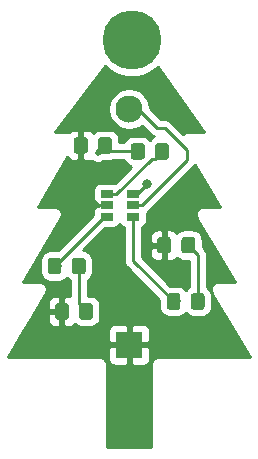
<source format=gbr>
G04 #@! TF.GenerationSoftware,KiCad,Pcbnew,(5.1.4)-1*
G04 #@! TF.CreationDate,2020-12-20T16:29:44-05:00*
G04 #@! TF.ProjectId,circuit,63697263-7569-4742-9e6b-696361645f70,1*
G04 #@! TF.SameCoordinates,Original*
G04 #@! TF.FileFunction,Copper,L1,Top*
G04 #@! TF.FilePolarity,Positive*
%FSLAX46Y46*%
G04 Gerber Fmt 4.6, Leading zero omitted, Abs format (unit mm)*
G04 Created by KiCad (PCBNEW (5.1.4)-1) date 2020-12-20 16:29:44*
%MOMM*%
%LPD*%
G04 APERTURE LIST*
%ADD10R,2.300000X2.300000*%
%ADD11C,2.300000*%
%ADD12C,0.800000*%
%ADD13C,5.000000*%
%ADD14C,0.100000*%
%ADD15C,1.150000*%
%ADD16R,1.060000X0.650000*%
%ADD17C,0.250000*%
%ADD18C,0.508000*%
%ADD19C,0.254000*%
G04 APERTURE END LIST*
D10*
X100301900Y-158072300D03*
D11*
X100291900Y-138102300D03*
D12*
X101851405Y-130964995D03*
X100525580Y-130415820D03*
X99199755Y-130964995D03*
X98650580Y-132290820D03*
X99199755Y-133616645D03*
X100525580Y-134165820D03*
X101851405Y-133616645D03*
X102400580Y-132290820D03*
D13*
X100525580Y-132290820D03*
D14*
G36*
X96548085Y-140482024D02*
G01*
X96572353Y-140485624D01*
X96596152Y-140491585D01*
X96619251Y-140499850D01*
X96641430Y-140510340D01*
X96662473Y-140522952D01*
X96682179Y-140537567D01*
X96700357Y-140554043D01*
X96716833Y-140572221D01*
X96731448Y-140591927D01*
X96744060Y-140612970D01*
X96754550Y-140635149D01*
X96762815Y-140658248D01*
X96768776Y-140682047D01*
X96772376Y-140706315D01*
X96773580Y-140730819D01*
X96773580Y-141630821D01*
X96772376Y-141655325D01*
X96768776Y-141679593D01*
X96762815Y-141703392D01*
X96754550Y-141726491D01*
X96744060Y-141748670D01*
X96731448Y-141769713D01*
X96716833Y-141789419D01*
X96700357Y-141807597D01*
X96682179Y-141824073D01*
X96662473Y-141838688D01*
X96641430Y-141851300D01*
X96619251Y-141861790D01*
X96596152Y-141870055D01*
X96572353Y-141876016D01*
X96548085Y-141879616D01*
X96523581Y-141880820D01*
X95873579Y-141880820D01*
X95849075Y-141879616D01*
X95824807Y-141876016D01*
X95801008Y-141870055D01*
X95777909Y-141861790D01*
X95755730Y-141851300D01*
X95734687Y-141838688D01*
X95714981Y-141824073D01*
X95696803Y-141807597D01*
X95680327Y-141789419D01*
X95665712Y-141769713D01*
X95653100Y-141748670D01*
X95642610Y-141726491D01*
X95634345Y-141703392D01*
X95628384Y-141679593D01*
X95624784Y-141655325D01*
X95623580Y-141630821D01*
X95623580Y-140730819D01*
X95624784Y-140706315D01*
X95628384Y-140682047D01*
X95634345Y-140658248D01*
X95642610Y-140635149D01*
X95653100Y-140612970D01*
X95665712Y-140591927D01*
X95680327Y-140572221D01*
X95696803Y-140554043D01*
X95714981Y-140537567D01*
X95734687Y-140522952D01*
X95755730Y-140510340D01*
X95777909Y-140499850D01*
X95801008Y-140491585D01*
X95824807Y-140485624D01*
X95849075Y-140482024D01*
X95873579Y-140480820D01*
X96523581Y-140480820D01*
X96548085Y-140482024D01*
X96548085Y-140482024D01*
G37*
D15*
X96198580Y-141180820D03*
D14*
G36*
X98598085Y-140482024D02*
G01*
X98622353Y-140485624D01*
X98646152Y-140491585D01*
X98669251Y-140499850D01*
X98691430Y-140510340D01*
X98712473Y-140522952D01*
X98732179Y-140537567D01*
X98750357Y-140554043D01*
X98766833Y-140572221D01*
X98781448Y-140591927D01*
X98794060Y-140612970D01*
X98804550Y-140635149D01*
X98812815Y-140658248D01*
X98818776Y-140682047D01*
X98822376Y-140706315D01*
X98823580Y-140730819D01*
X98823580Y-141630821D01*
X98822376Y-141655325D01*
X98818776Y-141679593D01*
X98812815Y-141703392D01*
X98804550Y-141726491D01*
X98794060Y-141748670D01*
X98781448Y-141769713D01*
X98766833Y-141789419D01*
X98750357Y-141807597D01*
X98732179Y-141824073D01*
X98712473Y-141838688D01*
X98691430Y-141851300D01*
X98669251Y-141861790D01*
X98646152Y-141870055D01*
X98622353Y-141876016D01*
X98598085Y-141879616D01*
X98573581Y-141880820D01*
X97923579Y-141880820D01*
X97899075Y-141879616D01*
X97874807Y-141876016D01*
X97851008Y-141870055D01*
X97827909Y-141861790D01*
X97805730Y-141851300D01*
X97784687Y-141838688D01*
X97764981Y-141824073D01*
X97746803Y-141807597D01*
X97730327Y-141789419D01*
X97715712Y-141769713D01*
X97703100Y-141748670D01*
X97692610Y-141726491D01*
X97684345Y-141703392D01*
X97678384Y-141679593D01*
X97674784Y-141655325D01*
X97673580Y-141630821D01*
X97673580Y-140730819D01*
X97674784Y-140706315D01*
X97678384Y-140682047D01*
X97684345Y-140658248D01*
X97692610Y-140635149D01*
X97703100Y-140612970D01*
X97715712Y-140591927D01*
X97730327Y-140572221D01*
X97746803Y-140554043D01*
X97764981Y-140537567D01*
X97784687Y-140522952D01*
X97805730Y-140510340D01*
X97827909Y-140499850D01*
X97851008Y-140491585D01*
X97874807Y-140485624D01*
X97899075Y-140482024D01*
X97923579Y-140480820D01*
X98573581Y-140480820D01*
X98598085Y-140482024D01*
X98598085Y-140482024D01*
G37*
D15*
X98248580Y-141180820D03*
D14*
G36*
X97001585Y-154540924D02*
G01*
X97025853Y-154544524D01*
X97049652Y-154550485D01*
X97072751Y-154558750D01*
X97094930Y-154569240D01*
X97115973Y-154581852D01*
X97135679Y-154596467D01*
X97153857Y-154612943D01*
X97170333Y-154631121D01*
X97184948Y-154650827D01*
X97197560Y-154671870D01*
X97208050Y-154694049D01*
X97216315Y-154717148D01*
X97222276Y-154740947D01*
X97225876Y-154765215D01*
X97227080Y-154789719D01*
X97227080Y-155689721D01*
X97225876Y-155714225D01*
X97222276Y-155738493D01*
X97216315Y-155762292D01*
X97208050Y-155785391D01*
X97197560Y-155807570D01*
X97184948Y-155828613D01*
X97170333Y-155848319D01*
X97153857Y-155866497D01*
X97135679Y-155882973D01*
X97115973Y-155897588D01*
X97094930Y-155910200D01*
X97072751Y-155920690D01*
X97049652Y-155928955D01*
X97025853Y-155934916D01*
X97001585Y-155938516D01*
X96977081Y-155939720D01*
X96327079Y-155939720D01*
X96302575Y-155938516D01*
X96278307Y-155934916D01*
X96254508Y-155928955D01*
X96231409Y-155920690D01*
X96209230Y-155910200D01*
X96188187Y-155897588D01*
X96168481Y-155882973D01*
X96150303Y-155866497D01*
X96133827Y-155848319D01*
X96119212Y-155828613D01*
X96106600Y-155807570D01*
X96096110Y-155785391D01*
X96087845Y-155762292D01*
X96081884Y-155738493D01*
X96078284Y-155714225D01*
X96077080Y-155689721D01*
X96077080Y-154789719D01*
X96078284Y-154765215D01*
X96081884Y-154740947D01*
X96087845Y-154717148D01*
X96096110Y-154694049D01*
X96106600Y-154671870D01*
X96119212Y-154650827D01*
X96133827Y-154631121D01*
X96150303Y-154612943D01*
X96168481Y-154596467D01*
X96188187Y-154581852D01*
X96209230Y-154569240D01*
X96231409Y-154558750D01*
X96254508Y-154550485D01*
X96278307Y-154544524D01*
X96302575Y-154540924D01*
X96327079Y-154539720D01*
X96977081Y-154539720D01*
X97001585Y-154540924D01*
X97001585Y-154540924D01*
G37*
D15*
X96652080Y-155239720D03*
D14*
G36*
X94951585Y-154540924D02*
G01*
X94975853Y-154544524D01*
X94999652Y-154550485D01*
X95022751Y-154558750D01*
X95044930Y-154569240D01*
X95065973Y-154581852D01*
X95085679Y-154596467D01*
X95103857Y-154612943D01*
X95120333Y-154631121D01*
X95134948Y-154650827D01*
X95147560Y-154671870D01*
X95158050Y-154694049D01*
X95166315Y-154717148D01*
X95172276Y-154740947D01*
X95175876Y-154765215D01*
X95177080Y-154789719D01*
X95177080Y-155689721D01*
X95175876Y-155714225D01*
X95172276Y-155738493D01*
X95166315Y-155762292D01*
X95158050Y-155785391D01*
X95147560Y-155807570D01*
X95134948Y-155828613D01*
X95120333Y-155848319D01*
X95103857Y-155866497D01*
X95085679Y-155882973D01*
X95065973Y-155897588D01*
X95044930Y-155910200D01*
X95022751Y-155920690D01*
X94999652Y-155928955D01*
X94975853Y-155934916D01*
X94951585Y-155938516D01*
X94927081Y-155939720D01*
X94277079Y-155939720D01*
X94252575Y-155938516D01*
X94228307Y-155934916D01*
X94204508Y-155928955D01*
X94181409Y-155920690D01*
X94159230Y-155910200D01*
X94138187Y-155897588D01*
X94118481Y-155882973D01*
X94100303Y-155866497D01*
X94083827Y-155848319D01*
X94069212Y-155828613D01*
X94056600Y-155807570D01*
X94046110Y-155785391D01*
X94037845Y-155762292D01*
X94031884Y-155738493D01*
X94028284Y-155714225D01*
X94027080Y-155689721D01*
X94027080Y-154789719D01*
X94028284Y-154765215D01*
X94031884Y-154740947D01*
X94037845Y-154717148D01*
X94046110Y-154694049D01*
X94056600Y-154671870D01*
X94069212Y-154650827D01*
X94083827Y-154631121D01*
X94100303Y-154612943D01*
X94118481Y-154596467D01*
X94138187Y-154581852D01*
X94159230Y-154569240D01*
X94181409Y-154558750D01*
X94204508Y-154550485D01*
X94228307Y-154544524D01*
X94252575Y-154540924D01*
X94277079Y-154539720D01*
X94927081Y-154539720D01*
X94951585Y-154540924D01*
X94951585Y-154540924D01*
G37*
D15*
X94602080Y-155239720D03*
D14*
G36*
X103597745Y-148937684D02*
G01*
X103622013Y-148941284D01*
X103645812Y-148947245D01*
X103668911Y-148955510D01*
X103691090Y-148966000D01*
X103712133Y-148978612D01*
X103731839Y-148993227D01*
X103750017Y-149009703D01*
X103766493Y-149027881D01*
X103781108Y-149047587D01*
X103793720Y-149068630D01*
X103804210Y-149090809D01*
X103812475Y-149113908D01*
X103818436Y-149137707D01*
X103822036Y-149161975D01*
X103823240Y-149186479D01*
X103823240Y-150086481D01*
X103822036Y-150110985D01*
X103818436Y-150135253D01*
X103812475Y-150159052D01*
X103804210Y-150182151D01*
X103793720Y-150204330D01*
X103781108Y-150225373D01*
X103766493Y-150245079D01*
X103750017Y-150263257D01*
X103731839Y-150279733D01*
X103712133Y-150294348D01*
X103691090Y-150306960D01*
X103668911Y-150317450D01*
X103645812Y-150325715D01*
X103622013Y-150331676D01*
X103597745Y-150335276D01*
X103573241Y-150336480D01*
X102923239Y-150336480D01*
X102898735Y-150335276D01*
X102874467Y-150331676D01*
X102850668Y-150325715D01*
X102827569Y-150317450D01*
X102805390Y-150306960D01*
X102784347Y-150294348D01*
X102764641Y-150279733D01*
X102746463Y-150263257D01*
X102729987Y-150245079D01*
X102715372Y-150225373D01*
X102702760Y-150204330D01*
X102692270Y-150182151D01*
X102684005Y-150159052D01*
X102678044Y-150135253D01*
X102674444Y-150110985D01*
X102673240Y-150086481D01*
X102673240Y-149186479D01*
X102674444Y-149161975D01*
X102678044Y-149137707D01*
X102684005Y-149113908D01*
X102692270Y-149090809D01*
X102702760Y-149068630D01*
X102715372Y-149047587D01*
X102729987Y-149027881D01*
X102746463Y-149009703D01*
X102764641Y-148993227D01*
X102784347Y-148978612D01*
X102805390Y-148966000D01*
X102827569Y-148955510D01*
X102850668Y-148947245D01*
X102874467Y-148941284D01*
X102898735Y-148937684D01*
X102923239Y-148936480D01*
X103573241Y-148936480D01*
X103597745Y-148937684D01*
X103597745Y-148937684D01*
G37*
D15*
X103248240Y-149636480D03*
D14*
G36*
X105647745Y-148937684D02*
G01*
X105672013Y-148941284D01*
X105695812Y-148947245D01*
X105718911Y-148955510D01*
X105741090Y-148966000D01*
X105762133Y-148978612D01*
X105781839Y-148993227D01*
X105800017Y-149009703D01*
X105816493Y-149027881D01*
X105831108Y-149047587D01*
X105843720Y-149068630D01*
X105854210Y-149090809D01*
X105862475Y-149113908D01*
X105868436Y-149137707D01*
X105872036Y-149161975D01*
X105873240Y-149186479D01*
X105873240Y-150086481D01*
X105872036Y-150110985D01*
X105868436Y-150135253D01*
X105862475Y-150159052D01*
X105854210Y-150182151D01*
X105843720Y-150204330D01*
X105831108Y-150225373D01*
X105816493Y-150245079D01*
X105800017Y-150263257D01*
X105781839Y-150279733D01*
X105762133Y-150294348D01*
X105741090Y-150306960D01*
X105718911Y-150317450D01*
X105695812Y-150325715D01*
X105672013Y-150331676D01*
X105647745Y-150335276D01*
X105623241Y-150336480D01*
X104973239Y-150336480D01*
X104948735Y-150335276D01*
X104924467Y-150331676D01*
X104900668Y-150325715D01*
X104877569Y-150317450D01*
X104855390Y-150306960D01*
X104834347Y-150294348D01*
X104814641Y-150279733D01*
X104796463Y-150263257D01*
X104779987Y-150245079D01*
X104765372Y-150225373D01*
X104752760Y-150204330D01*
X104742270Y-150182151D01*
X104734005Y-150159052D01*
X104728044Y-150135253D01*
X104724444Y-150110985D01*
X104723240Y-150086481D01*
X104723240Y-149186479D01*
X104724444Y-149161975D01*
X104728044Y-149137707D01*
X104734005Y-149113908D01*
X104742270Y-149090809D01*
X104752760Y-149068630D01*
X104765372Y-149047587D01*
X104779987Y-149027881D01*
X104796463Y-149009703D01*
X104814641Y-148993227D01*
X104834347Y-148978612D01*
X104855390Y-148966000D01*
X104877569Y-148955510D01*
X104900668Y-148947245D01*
X104924467Y-148941284D01*
X104948735Y-148937684D01*
X104973239Y-148936480D01*
X105623241Y-148936480D01*
X105647745Y-148937684D01*
X105647745Y-148937684D01*
G37*
D15*
X105298240Y-149636480D03*
D14*
G36*
X103424085Y-140990024D02*
G01*
X103448353Y-140993624D01*
X103472152Y-140999585D01*
X103495251Y-141007850D01*
X103517430Y-141018340D01*
X103538473Y-141030952D01*
X103558179Y-141045567D01*
X103576357Y-141062043D01*
X103592833Y-141080221D01*
X103607448Y-141099927D01*
X103620060Y-141120970D01*
X103630550Y-141143149D01*
X103638815Y-141166248D01*
X103644776Y-141190047D01*
X103648376Y-141214315D01*
X103649580Y-141238819D01*
X103649580Y-142138821D01*
X103648376Y-142163325D01*
X103644776Y-142187593D01*
X103638815Y-142211392D01*
X103630550Y-142234491D01*
X103620060Y-142256670D01*
X103607448Y-142277713D01*
X103592833Y-142297419D01*
X103576357Y-142315597D01*
X103558179Y-142332073D01*
X103538473Y-142346688D01*
X103517430Y-142359300D01*
X103495251Y-142369790D01*
X103472152Y-142378055D01*
X103448353Y-142384016D01*
X103424085Y-142387616D01*
X103399581Y-142388820D01*
X102749579Y-142388820D01*
X102725075Y-142387616D01*
X102700807Y-142384016D01*
X102677008Y-142378055D01*
X102653909Y-142369790D01*
X102631730Y-142359300D01*
X102610687Y-142346688D01*
X102590981Y-142332073D01*
X102572803Y-142315597D01*
X102556327Y-142297419D01*
X102541712Y-142277713D01*
X102529100Y-142256670D01*
X102518610Y-142234491D01*
X102510345Y-142211392D01*
X102504384Y-142187593D01*
X102500784Y-142163325D01*
X102499580Y-142138821D01*
X102499580Y-141238819D01*
X102500784Y-141214315D01*
X102504384Y-141190047D01*
X102510345Y-141166248D01*
X102518610Y-141143149D01*
X102529100Y-141120970D01*
X102541712Y-141099927D01*
X102556327Y-141080221D01*
X102572803Y-141062043D01*
X102590981Y-141045567D01*
X102610687Y-141030952D01*
X102631730Y-141018340D01*
X102653909Y-141007850D01*
X102677008Y-140999585D01*
X102700807Y-140993624D01*
X102725075Y-140990024D01*
X102749579Y-140988820D01*
X103399581Y-140988820D01*
X103424085Y-140990024D01*
X103424085Y-140990024D01*
G37*
D15*
X103074580Y-141688820D03*
D14*
G36*
X101374085Y-140990024D02*
G01*
X101398353Y-140993624D01*
X101422152Y-140999585D01*
X101445251Y-141007850D01*
X101467430Y-141018340D01*
X101488473Y-141030952D01*
X101508179Y-141045567D01*
X101526357Y-141062043D01*
X101542833Y-141080221D01*
X101557448Y-141099927D01*
X101570060Y-141120970D01*
X101580550Y-141143149D01*
X101588815Y-141166248D01*
X101594776Y-141190047D01*
X101598376Y-141214315D01*
X101599580Y-141238819D01*
X101599580Y-142138821D01*
X101598376Y-142163325D01*
X101594776Y-142187593D01*
X101588815Y-142211392D01*
X101580550Y-142234491D01*
X101570060Y-142256670D01*
X101557448Y-142277713D01*
X101542833Y-142297419D01*
X101526357Y-142315597D01*
X101508179Y-142332073D01*
X101488473Y-142346688D01*
X101467430Y-142359300D01*
X101445251Y-142369790D01*
X101422152Y-142378055D01*
X101398353Y-142384016D01*
X101374085Y-142387616D01*
X101349581Y-142388820D01*
X100699579Y-142388820D01*
X100675075Y-142387616D01*
X100650807Y-142384016D01*
X100627008Y-142378055D01*
X100603909Y-142369790D01*
X100581730Y-142359300D01*
X100560687Y-142346688D01*
X100540981Y-142332073D01*
X100522803Y-142315597D01*
X100506327Y-142297419D01*
X100491712Y-142277713D01*
X100479100Y-142256670D01*
X100468610Y-142234491D01*
X100460345Y-142211392D01*
X100454384Y-142187593D01*
X100450784Y-142163325D01*
X100449580Y-142138821D01*
X100449580Y-141238819D01*
X100450784Y-141214315D01*
X100454384Y-141190047D01*
X100460345Y-141166248D01*
X100468610Y-141143149D01*
X100479100Y-141120970D01*
X100491712Y-141099927D01*
X100506327Y-141080221D01*
X100522803Y-141062043D01*
X100540981Y-141045567D01*
X100560687Y-141030952D01*
X100581730Y-141018340D01*
X100603909Y-141007850D01*
X100627008Y-140999585D01*
X100650807Y-140993624D01*
X100675075Y-140990024D01*
X100699579Y-140988820D01*
X101349581Y-140988820D01*
X101374085Y-140990024D01*
X101374085Y-140990024D01*
G37*
D15*
X101024580Y-141688820D03*
D14*
G36*
X96379285Y-150695364D02*
G01*
X96403553Y-150698964D01*
X96427352Y-150704925D01*
X96450451Y-150713190D01*
X96472630Y-150723680D01*
X96493673Y-150736292D01*
X96513379Y-150750907D01*
X96531557Y-150767383D01*
X96548033Y-150785561D01*
X96562648Y-150805267D01*
X96575260Y-150826310D01*
X96585750Y-150848489D01*
X96594015Y-150871588D01*
X96599976Y-150895387D01*
X96603576Y-150919655D01*
X96604780Y-150944159D01*
X96604780Y-151844161D01*
X96603576Y-151868665D01*
X96599976Y-151892933D01*
X96594015Y-151916732D01*
X96585750Y-151939831D01*
X96575260Y-151962010D01*
X96562648Y-151983053D01*
X96548033Y-152002759D01*
X96531557Y-152020937D01*
X96513379Y-152037413D01*
X96493673Y-152052028D01*
X96472630Y-152064640D01*
X96450451Y-152075130D01*
X96427352Y-152083395D01*
X96403553Y-152089356D01*
X96379285Y-152092956D01*
X96354781Y-152094160D01*
X95704779Y-152094160D01*
X95680275Y-152092956D01*
X95656007Y-152089356D01*
X95632208Y-152083395D01*
X95609109Y-152075130D01*
X95586930Y-152064640D01*
X95565887Y-152052028D01*
X95546181Y-152037413D01*
X95528003Y-152020937D01*
X95511527Y-152002759D01*
X95496912Y-151983053D01*
X95484300Y-151962010D01*
X95473810Y-151939831D01*
X95465545Y-151916732D01*
X95459584Y-151892933D01*
X95455984Y-151868665D01*
X95454780Y-151844161D01*
X95454780Y-150944159D01*
X95455984Y-150919655D01*
X95459584Y-150895387D01*
X95465545Y-150871588D01*
X95473810Y-150848489D01*
X95484300Y-150826310D01*
X95496912Y-150805267D01*
X95511527Y-150785561D01*
X95528003Y-150767383D01*
X95546181Y-150750907D01*
X95565887Y-150736292D01*
X95586930Y-150723680D01*
X95609109Y-150713190D01*
X95632208Y-150704925D01*
X95656007Y-150698964D01*
X95680275Y-150695364D01*
X95704779Y-150694160D01*
X96354781Y-150694160D01*
X96379285Y-150695364D01*
X96379285Y-150695364D01*
G37*
D15*
X96029780Y-151394160D03*
D14*
G36*
X94329285Y-150695364D02*
G01*
X94353553Y-150698964D01*
X94377352Y-150704925D01*
X94400451Y-150713190D01*
X94422630Y-150723680D01*
X94443673Y-150736292D01*
X94463379Y-150750907D01*
X94481557Y-150767383D01*
X94498033Y-150785561D01*
X94512648Y-150805267D01*
X94525260Y-150826310D01*
X94535750Y-150848489D01*
X94544015Y-150871588D01*
X94549976Y-150895387D01*
X94553576Y-150919655D01*
X94554780Y-150944159D01*
X94554780Y-151844161D01*
X94553576Y-151868665D01*
X94549976Y-151892933D01*
X94544015Y-151916732D01*
X94535750Y-151939831D01*
X94525260Y-151962010D01*
X94512648Y-151983053D01*
X94498033Y-152002759D01*
X94481557Y-152020937D01*
X94463379Y-152037413D01*
X94443673Y-152052028D01*
X94422630Y-152064640D01*
X94400451Y-152075130D01*
X94377352Y-152083395D01*
X94353553Y-152089356D01*
X94329285Y-152092956D01*
X94304781Y-152094160D01*
X93654779Y-152094160D01*
X93630275Y-152092956D01*
X93606007Y-152089356D01*
X93582208Y-152083395D01*
X93559109Y-152075130D01*
X93536930Y-152064640D01*
X93515887Y-152052028D01*
X93496181Y-152037413D01*
X93478003Y-152020937D01*
X93461527Y-152002759D01*
X93446912Y-151983053D01*
X93434300Y-151962010D01*
X93423810Y-151939831D01*
X93415545Y-151916732D01*
X93409584Y-151892933D01*
X93405984Y-151868665D01*
X93404780Y-151844161D01*
X93404780Y-150944159D01*
X93405984Y-150919655D01*
X93409584Y-150895387D01*
X93415545Y-150871588D01*
X93423810Y-150848489D01*
X93434300Y-150826310D01*
X93446912Y-150805267D01*
X93461527Y-150785561D01*
X93478003Y-150767383D01*
X93496181Y-150750907D01*
X93515887Y-150736292D01*
X93536930Y-150723680D01*
X93559109Y-150713190D01*
X93582208Y-150704925D01*
X93606007Y-150698964D01*
X93630275Y-150695364D01*
X93654779Y-150694160D01*
X94304781Y-150694160D01*
X94329285Y-150695364D01*
X94329285Y-150695364D01*
G37*
D15*
X93979780Y-151394160D03*
D14*
G36*
X104402925Y-153697644D02*
G01*
X104427193Y-153701244D01*
X104450992Y-153707205D01*
X104474091Y-153715470D01*
X104496270Y-153725960D01*
X104517313Y-153738572D01*
X104537019Y-153753187D01*
X104555197Y-153769663D01*
X104571673Y-153787841D01*
X104586288Y-153807547D01*
X104598900Y-153828590D01*
X104609390Y-153850769D01*
X104617655Y-153873868D01*
X104623616Y-153897667D01*
X104627216Y-153921935D01*
X104628420Y-153946439D01*
X104628420Y-154846441D01*
X104627216Y-154870945D01*
X104623616Y-154895213D01*
X104617655Y-154919012D01*
X104609390Y-154942111D01*
X104598900Y-154964290D01*
X104586288Y-154985333D01*
X104571673Y-155005039D01*
X104555197Y-155023217D01*
X104537019Y-155039693D01*
X104517313Y-155054308D01*
X104496270Y-155066920D01*
X104474091Y-155077410D01*
X104450992Y-155085675D01*
X104427193Y-155091636D01*
X104402925Y-155095236D01*
X104378421Y-155096440D01*
X103728419Y-155096440D01*
X103703915Y-155095236D01*
X103679647Y-155091636D01*
X103655848Y-155085675D01*
X103632749Y-155077410D01*
X103610570Y-155066920D01*
X103589527Y-155054308D01*
X103569821Y-155039693D01*
X103551643Y-155023217D01*
X103535167Y-155005039D01*
X103520552Y-154985333D01*
X103507940Y-154964290D01*
X103497450Y-154942111D01*
X103489185Y-154919012D01*
X103483224Y-154895213D01*
X103479624Y-154870945D01*
X103478420Y-154846441D01*
X103478420Y-153946439D01*
X103479624Y-153921935D01*
X103483224Y-153897667D01*
X103489185Y-153873868D01*
X103497450Y-153850769D01*
X103507940Y-153828590D01*
X103520552Y-153807547D01*
X103535167Y-153787841D01*
X103551643Y-153769663D01*
X103569821Y-153753187D01*
X103589527Y-153738572D01*
X103610570Y-153725960D01*
X103632749Y-153715470D01*
X103655848Y-153707205D01*
X103679647Y-153701244D01*
X103703915Y-153697644D01*
X103728419Y-153696440D01*
X104378421Y-153696440D01*
X104402925Y-153697644D01*
X104402925Y-153697644D01*
G37*
D15*
X104053420Y-154396440D03*
D14*
G36*
X106452925Y-153697644D02*
G01*
X106477193Y-153701244D01*
X106500992Y-153707205D01*
X106524091Y-153715470D01*
X106546270Y-153725960D01*
X106567313Y-153738572D01*
X106587019Y-153753187D01*
X106605197Y-153769663D01*
X106621673Y-153787841D01*
X106636288Y-153807547D01*
X106648900Y-153828590D01*
X106659390Y-153850769D01*
X106667655Y-153873868D01*
X106673616Y-153897667D01*
X106677216Y-153921935D01*
X106678420Y-153946439D01*
X106678420Y-154846441D01*
X106677216Y-154870945D01*
X106673616Y-154895213D01*
X106667655Y-154919012D01*
X106659390Y-154942111D01*
X106648900Y-154964290D01*
X106636288Y-154985333D01*
X106621673Y-155005039D01*
X106605197Y-155023217D01*
X106587019Y-155039693D01*
X106567313Y-155054308D01*
X106546270Y-155066920D01*
X106524091Y-155077410D01*
X106500992Y-155085675D01*
X106477193Y-155091636D01*
X106452925Y-155095236D01*
X106428421Y-155096440D01*
X105778419Y-155096440D01*
X105753915Y-155095236D01*
X105729647Y-155091636D01*
X105705848Y-155085675D01*
X105682749Y-155077410D01*
X105660570Y-155066920D01*
X105639527Y-155054308D01*
X105619821Y-155039693D01*
X105601643Y-155023217D01*
X105585167Y-155005039D01*
X105570552Y-154985333D01*
X105557940Y-154964290D01*
X105547450Y-154942111D01*
X105539185Y-154919012D01*
X105533224Y-154895213D01*
X105529624Y-154870945D01*
X105528420Y-154846441D01*
X105528420Y-153946439D01*
X105529624Y-153921935D01*
X105533224Y-153897667D01*
X105539185Y-153873868D01*
X105547450Y-153850769D01*
X105557940Y-153828590D01*
X105570552Y-153807547D01*
X105585167Y-153787841D01*
X105601643Y-153769663D01*
X105619821Y-153753187D01*
X105639527Y-153738572D01*
X105660570Y-153725960D01*
X105682749Y-153715470D01*
X105705848Y-153707205D01*
X105729647Y-153701244D01*
X105753915Y-153697644D01*
X105778419Y-153696440D01*
X106428421Y-153696440D01*
X106452925Y-153697644D01*
X106452925Y-153697644D01*
G37*
D15*
X106103420Y-154396440D03*
D16*
X98409580Y-145310820D03*
X98409580Y-146260820D03*
X98409580Y-147210820D03*
X100609580Y-147210820D03*
X100609580Y-145310820D03*
X100609580Y-146260820D03*
D12*
X101826060Y-144424400D03*
D17*
X101136770Y-138162820D02*
X102689190Y-139715240D01*
X100281580Y-138162820D02*
X101136770Y-138162820D01*
X102689190Y-139715240D02*
X103309420Y-139715240D01*
X103309420Y-139715240D02*
X105201720Y-141607540D01*
X101389580Y-146260820D02*
X100609580Y-146260820D01*
X105201720Y-142448680D02*
X101389580Y-146260820D01*
X105201720Y-141607540D02*
X105201720Y-142448680D01*
X97629580Y-146260820D02*
X98409580Y-146260820D01*
X96198580Y-144829820D02*
X97629580Y-146260820D01*
X96198580Y-141180820D02*
X96198580Y-144829820D01*
D18*
X97625208Y-141804192D02*
X98248580Y-141180820D01*
D17*
X98756580Y-141688820D02*
X98248580Y-141180820D01*
X101024580Y-141688820D02*
X98756580Y-141688820D01*
X96029780Y-154617420D02*
X96652080Y-155239720D01*
X96029780Y-151394160D02*
X96029780Y-154617420D01*
X106103420Y-150441660D02*
X105298240Y-149636480D01*
X106103420Y-154396440D02*
X106103420Y-150441660D01*
X102451208Y-142312192D02*
X103074580Y-141688820D01*
X102188208Y-142312192D02*
X102451208Y-142312192D01*
X99189580Y-145310820D02*
X102188208Y-142312192D01*
X98409580Y-145310820D02*
X99189580Y-145310820D01*
X98163120Y-147210820D02*
X98409580Y-147210820D01*
X93979780Y-151394160D02*
X98163120Y-147210820D01*
X100609580Y-150952600D02*
X100609580Y-147210820D01*
X104053420Y-154396440D02*
X100609580Y-150952600D01*
X100609580Y-145310820D02*
X100939640Y-145310820D01*
X100939640Y-145310820D02*
X101826060Y-144424400D01*
D19*
G36*
X98527134Y-134725934D02*
G01*
X99040601Y-135069021D01*
X99611134Y-135305344D01*
X100216809Y-135425820D01*
X100834351Y-135425820D01*
X101440026Y-135305344D01*
X102010559Y-135069021D01*
X102524026Y-134725934D01*
X102704103Y-134545857D01*
X106609075Y-140012820D01*
X105400102Y-140012820D01*
X105383817Y-140010412D01*
X105335258Y-140012820D01*
X105319161Y-140012820D01*
X105302838Y-140014428D01*
X105253970Y-140016851D01*
X105238297Y-140020784D01*
X105222197Y-140022370D01*
X105175338Y-140036585D01*
X105127872Y-140048497D01*
X105113260Y-140055416D01*
X105097787Y-140060110D01*
X105054607Y-140083190D01*
X105010371Y-140104137D01*
X104997393Y-140113771D01*
X104983130Y-140121395D01*
X104945280Y-140152458D01*
X104905982Y-140181631D01*
X104895131Y-140193614D01*
X104882632Y-140203872D01*
X104878224Y-140209243D01*
X103873224Y-139204243D01*
X103849421Y-139175239D01*
X103733696Y-139080266D01*
X103601667Y-139009694D01*
X103458406Y-138966237D01*
X103346753Y-138955240D01*
X103346742Y-138955240D01*
X103309420Y-138951564D01*
X103272098Y-138955240D01*
X103003993Y-138955240D01*
X102076900Y-138028148D01*
X102076900Y-137926493D01*
X102008304Y-137581635D01*
X101873747Y-137256785D01*
X101678400Y-136964429D01*
X101429771Y-136715800D01*
X101137415Y-136520453D01*
X100812565Y-136385896D01*
X100467707Y-136317300D01*
X100116093Y-136317300D01*
X99771235Y-136385896D01*
X99446385Y-136520453D01*
X99154029Y-136715800D01*
X98905400Y-136964429D01*
X98710053Y-137256785D01*
X98575496Y-137581635D01*
X98506900Y-137926493D01*
X98506900Y-138278107D01*
X98575496Y-138622965D01*
X98710053Y-138947815D01*
X98905400Y-139240171D01*
X99154029Y-139488800D01*
X99446385Y-139684147D01*
X99771235Y-139818704D01*
X100116093Y-139887300D01*
X100467707Y-139887300D01*
X100812565Y-139818704D01*
X101137415Y-139684147D01*
X101404700Y-139505552D01*
X102125395Y-140226248D01*
X102149189Y-140255241D01*
X102178182Y-140279035D01*
X102178186Y-140279039D01*
X102222716Y-140315583D01*
X102264914Y-140350214D01*
X102396943Y-140420786D01*
X102402190Y-140422378D01*
X102256193Y-140500415D01*
X102121618Y-140610858D01*
X102049580Y-140698636D01*
X101977542Y-140610858D01*
X101842967Y-140500415D01*
X101689431Y-140418348D01*
X101522835Y-140367812D01*
X101349581Y-140350748D01*
X100699579Y-140350748D01*
X100526325Y-140367812D01*
X100359729Y-140418348D01*
X100206193Y-140500415D01*
X100071618Y-140610858D01*
X99961175Y-140745433D01*
X99879108Y-140898969D01*
X99870053Y-140928820D01*
X99461652Y-140928820D01*
X99461652Y-140730819D01*
X99444588Y-140557565D01*
X99394052Y-140390969D01*
X99311985Y-140237433D01*
X99201542Y-140102858D01*
X99066967Y-139992415D01*
X98913431Y-139910348D01*
X98746835Y-139859812D01*
X98573581Y-139842748D01*
X97923579Y-139842748D01*
X97750325Y-139859812D01*
X97583729Y-139910348D01*
X97430193Y-139992415D01*
X97295618Y-140102858D01*
X97290238Y-140109414D01*
X97224765Y-140029635D01*
X97128074Y-139950283D01*
X97017760Y-139891318D01*
X96898062Y-139855008D01*
X96773580Y-139842748D01*
X96484330Y-139845820D01*
X96325580Y-140004570D01*
X96325580Y-141053820D01*
X96345580Y-141053820D01*
X96345580Y-141307820D01*
X96325580Y-141307820D01*
X96325580Y-142357070D01*
X96484330Y-142515820D01*
X96773580Y-142518892D01*
X96898062Y-142506632D01*
X97017760Y-142470322D01*
X97028535Y-142464563D01*
X97128917Y-142546944D01*
X97283356Y-142629494D01*
X97450934Y-142680328D01*
X97625208Y-142697492D01*
X97799482Y-142680328D01*
X97967060Y-142629494D01*
X98121499Y-142546944D01*
X98155680Y-142518892D01*
X98573581Y-142518892D01*
X98746835Y-142501828D01*
X98913431Y-142451292D01*
X98918056Y-142448820D01*
X99870053Y-142448820D01*
X99879108Y-142478671D01*
X99961175Y-142632207D01*
X100071618Y-142766782D01*
X100206193Y-142877225D01*
X100359729Y-142959292D01*
X100441501Y-142984097D01*
X99065235Y-144360364D01*
X99064062Y-144360008D01*
X98939580Y-144347748D01*
X97879580Y-144347748D01*
X97755098Y-144360008D01*
X97635400Y-144396318D01*
X97525086Y-144455283D01*
X97428395Y-144534635D01*
X97349043Y-144631326D01*
X97290078Y-144741640D01*
X97253768Y-144861338D01*
X97241508Y-144985820D01*
X97241508Y-145635820D01*
X97253768Y-145760302D01*
X97261509Y-145785820D01*
X97253768Y-145811338D01*
X97241508Y-145935820D01*
X97244580Y-145975070D01*
X97403330Y-146133820D01*
X97485439Y-146133820D01*
X97525086Y-146166357D01*
X97635400Y-146225322D01*
X97752421Y-146260820D01*
X97635400Y-146296318D01*
X97525086Y-146355283D01*
X97485439Y-146387820D01*
X97403330Y-146387820D01*
X97244580Y-146546570D01*
X97241508Y-146585820D01*
X97253768Y-146710302D01*
X97261509Y-146735820D01*
X97253768Y-146761338D01*
X97241508Y-146885820D01*
X97241508Y-147057630D01*
X94243051Y-150056088D01*
X93654779Y-150056088D01*
X93481525Y-150073152D01*
X93314929Y-150123688D01*
X93161393Y-150205755D01*
X93026818Y-150316198D01*
X92916375Y-150450773D01*
X92834308Y-150604309D01*
X92783772Y-150770905D01*
X92766708Y-150944159D01*
X92766708Y-151844161D01*
X92783772Y-152017415D01*
X92834308Y-152184011D01*
X92916375Y-152337547D01*
X93026818Y-152472122D01*
X93161393Y-152582565D01*
X93314929Y-152664632D01*
X93481525Y-152715168D01*
X93654779Y-152732232D01*
X94304781Y-152732232D01*
X94478035Y-152715168D01*
X94644631Y-152664632D01*
X94798167Y-152582565D01*
X94932742Y-152472122D01*
X95004780Y-152384344D01*
X95076818Y-152472122D01*
X95211393Y-152582565D01*
X95269780Y-152613774D01*
X95269781Y-153910778D01*
X95177080Y-153901648D01*
X94887830Y-153904720D01*
X94729080Y-154063470D01*
X94729080Y-155112720D01*
X94749080Y-155112720D01*
X94749080Y-155366720D01*
X94729080Y-155366720D01*
X94729080Y-156415970D01*
X94887830Y-156574720D01*
X95177080Y-156577792D01*
X95301562Y-156565532D01*
X95421260Y-156529222D01*
X95531574Y-156470257D01*
X95628265Y-156390905D01*
X95693738Y-156311126D01*
X95699118Y-156317682D01*
X95833693Y-156428125D01*
X95987229Y-156510192D01*
X96153825Y-156560728D01*
X96327079Y-156577792D01*
X96977081Y-156577792D01*
X97150335Y-156560728D01*
X97316931Y-156510192D01*
X97470467Y-156428125D01*
X97605042Y-156317682D01*
X97715485Y-156183107D01*
X97797552Y-156029571D01*
X97848088Y-155862975D01*
X97865152Y-155689721D01*
X97865152Y-154789719D01*
X97848088Y-154616465D01*
X97797552Y-154449869D01*
X97715485Y-154296333D01*
X97605042Y-154161758D01*
X97470467Y-154051315D01*
X97316931Y-153969248D01*
X97150335Y-153918712D01*
X96977081Y-153901648D01*
X96789780Y-153901648D01*
X96789780Y-152613774D01*
X96848167Y-152582565D01*
X96982742Y-152472122D01*
X97093185Y-152337547D01*
X97175252Y-152184011D01*
X97225788Y-152017415D01*
X97242852Y-151844161D01*
X97242852Y-150944159D01*
X97225788Y-150770905D01*
X97175252Y-150604309D01*
X97093185Y-150450773D01*
X96982742Y-150316198D01*
X96848167Y-150205755D01*
X96694631Y-150123688D01*
X96528035Y-150073152D01*
X96389258Y-150059484D01*
X98274850Y-148173892D01*
X98939580Y-148173892D01*
X99064062Y-148161632D01*
X99183760Y-148125322D01*
X99294074Y-148066357D01*
X99390765Y-147987005D01*
X99470117Y-147890314D01*
X99509580Y-147816485D01*
X99549043Y-147890314D01*
X99628395Y-147987005D01*
X99725086Y-148066357D01*
X99835400Y-148125322D01*
X99849581Y-148129624D01*
X99849580Y-150915277D01*
X99845904Y-150952600D01*
X99849580Y-150989922D01*
X99849580Y-150989932D01*
X99860577Y-151101585D01*
X99887598Y-151190662D01*
X99904034Y-151244846D01*
X99974606Y-151376876D01*
X99988791Y-151394160D01*
X100069579Y-151492601D01*
X100098583Y-151516404D01*
X102840348Y-154258170D01*
X102840348Y-154846441D01*
X102857412Y-155019695D01*
X102907948Y-155186291D01*
X102990015Y-155339827D01*
X103100458Y-155474402D01*
X103235033Y-155584845D01*
X103388569Y-155666912D01*
X103555165Y-155717448D01*
X103728419Y-155734512D01*
X104378421Y-155734512D01*
X104551675Y-155717448D01*
X104718271Y-155666912D01*
X104871807Y-155584845D01*
X105006382Y-155474402D01*
X105078420Y-155386624D01*
X105150458Y-155474402D01*
X105285033Y-155584845D01*
X105438569Y-155666912D01*
X105605165Y-155717448D01*
X105778419Y-155734512D01*
X106428421Y-155734512D01*
X106601675Y-155717448D01*
X106768271Y-155666912D01*
X106921807Y-155584845D01*
X107056382Y-155474402D01*
X107166825Y-155339827D01*
X107248892Y-155186291D01*
X107299428Y-155019695D01*
X107316492Y-154846441D01*
X107316492Y-153946439D01*
X107299428Y-153773185D01*
X107248892Y-153606589D01*
X107166825Y-153453053D01*
X107056382Y-153318478D01*
X106921807Y-153208035D01*
X106863420Y-153176826D01*
X106863420Y-150478982D01*
X106867096Y-150441659D01*
X106863420Y-150404336D01*
X106863420Y-150404327D01*
X106852423Y-150292674D01*
X106808966Y-150149413D01*
X106738394Y-150017384D01*
X106725231Y-150001345D01*
X106667219Y-149930656D01*
X106667215Y-149930652D01*
X106643421Y-149901659D01*
X106614428Y-149877865D01*
X106511312Y-149774749D01*
X106511312Y-149186479D01*
X106494248Y-149013225D01*
X106443712Y-148846629D01*
X106361645Y-148693093D01*
X106251202Y-148558518D01*
X106116627Y-148448075D01*
X105963091Y-148366008D01*
X105796495Y-148315472D01*
X105623241Y-148298408D01*
X104973239Y-148298408D01*
X104799985Y-148315472D01*
X104633389Y-148366008D01*
X104479853Y-148448075D01*
X104345278Y-148558518D01*
X104339898Y-148565074D01*
X104274425Y-148485295D01*
X104177734Y-148405943D01*
X104067420Y-148346978D01*
X103947722Y-148310668D01*
X103823240Y-148298408D01*
X103533990Y-148301480D01*
X103375240Y-148460230D01*
X103375240Y-149509480D01*
X103395240Y-149509480D01*
X103395240Y-149763480D01*
X103375240Y-149763480D01*
X103375240Y-150812730D01*
X103533990Y-150971480D01*
X103823240Y-150974552D01*
X103947722Y-150962292D01*
X104067420Y-150925982D01*
X104177734Y-150867017D01*
X104274425Y-150787665D01*
X104339898Y-150707886D01*
X104345278Y-150714442D01*
X104479853Y-150824885D01*
X104633389Y-150906952D01*
X104799985Y-150957488D01*
X104973239Y-150974552D01*
X105343421Y-150974552D01*
X105343420Y-153176826D01*
X105285033Y-153208035D01*
X105150458Y-153318478D01*
X105078420Y-153406256D01*
X105006382Y-153318478D01*
X104871807Y-153208035D01*
X104718271Y-153125968D01*
X104551675Y-153075432D01*
X104378421Y-153058368D01*
X103790150Y-153058368D01*
X101369580Y-150637799D01*
X101369580Y-150336480D01*
X102035168Y-150336480D01*
X102047428Y-150460962D01*
X102083738Y-150580660D01*
X102142703Y-150690974D01*
X102222055Y-150787665D01*
X102318746Y-150867017D01*
X102429060Y-150925982D01*
X102548758Y-150962292D01*
X102673240Y-150974552D01*
X102962490Y-150971480D01*
X103121240Y-150812730D01*
X103121240Y-149763480D01*
X102196990Y-149763480D01*
X102038240Y-149922230D01*
X102035168Y-150336480D01*
X101369580Y-150336480D01*
X101369580Y-148936480D01*
X102035168Y-148936480D01*
X102038240Y-149350730D01*
X102196990Y-149509480D01*
X103121240Y-149509480D01*
X103121240Y-148460230D01*
X102962490Y-148301480D01*
X102673240Y-148298408D01*
X102548758Y-148310668D01*
X102429060Y-148346978D01*
X102318746Y-148405943D01*
X102222055Y-148485295D01*
X102142703Y-148581986D01*
X102083738Y-148692300D01*
X102047428Y-148811998D01*
X102035168Y-148936480D01*
X101369580Y-148936480D01*
X101369580Y-148129623D01*
X101383760Y-148125322D01*
X101494074Y-148066357D01*
X101590765Y-147987005D01*
X101670117Y-147890314D01*
X101729082Y-147780000D01*
X101765392Y-147660302D01*
X101777652Y-147535820D01*
X101777652Y-146915146D01*
X101813856Y-146895794D01*
X101929581Y-146800821D01*
X101953384Y-146771817D01*
X105712723Y-143012479D01*
X105741721Y-142988681D01*
X105768052Y-142956597D01*
X105836694Y-142872957D01*
X105867451Y-142815414D01*
X107995895Y-146362820D01*
X106670102Y-146362820D01*
X106653817Y-146360412D01*
X106605258Y-146362820D01*
X106589161Y-146362820D01*
X106572838Y-146364428D01*
X106523970Y-146366851D01*
X106508297Y-146370784D01*
X106492197Y-146372370D01*
X106445338Y-146386585D01*
X106397872Y-146398497D01*
X106383260Y-146405416D01*
X106367787Y-146410110D01*
X106324607Y-146433190D01*
X106280371Y-146454137D01*
X106267393Y-146463771D01*
X106253130Y-146471395D01*
X106215280Y-146502458D01*
X106175982Y-146531631D01*
X106165131Y-146543614D01*
X106152632Y-146553872D01*
X106121571Y-146591720D01*
X106088718Y-146628001D01*
X106080414Y-146641869D01*
X106070155Y-146654370D01*
X106047077Y-146697547D01*
X106021931Y-146739543D01*
X106016491Y-146754769D01*
X106008870Y-146769027D01*
X105994656Y-146815882D01*
X105978189Y-146861973D01*
X105975825Y-146877959D01*
X105971130Y-146893437D01*
X105966330Y-146942177D01*
X105959172Y-146990583D01*
X105959972Y-147006723D01*
X105958387Y-147022820D01*
X105963188Y-147071563D01*
X105965611Y-147120430D01*
X105969544Y-147136103D01*
X105971130Y-147152203D01*
X105985345Y-147199062D01*
X105997257Y-147246528D01*
X106004176Y-147261140D01*
X106008870Y-147276613D01*
X106031951Y-147319795D01*
X106038956Y-147334588D01*
X106047220Y-147348361D01*
X106070155Y-147391270D01*
X106080606Y-147404004D01*
X109265895Y-152712820D01*
X107940102Y-152712820D01*
X107923817Y-152710412D01*
X107875258Y-152712820D01*
X107859161Y-152712820D01*
X107842838Y-152714428D01*
X107793970Y-152716851D01*
X107778297Y-152720784D01*
X107762197Y-152722370D01*
X107715338Y-152736585D01*
X107667872Y-152748497D01*
X107653260Y-152755416D01*
X107637787Y-152760110D01*
X107594607Y-152783190D01*
X107550371Y-152804137D01*
X107537393Y-152813771D01*
X107523130Y-152821395D01*
X107485280Y-152852458D01*
X107445982Y-152881631D01*
X107435131Y-152893614D01*
X107422632Y-152903872D01*
X107391571Y-152941720D01*
X107358718Y-152978001D01*
X107350414Y-152991869D01*
X107340155Y-153004370D01*
X107317077Y-153047547D01*
X107291931Y-153089543D01*
X107286491Y-153104769D01*
X107278870Y-153119027D01*
X107264656Y-153165882D01*
X107248189Y-153211973D01*
X107245825Y-153227959D01*
X107241130Y-153243437D01*
X107236330Y-153292177D01*
X107229172Y-153340583D01*
X107229972Y-153356723D01*
X107228387Y-153372820D01*
X107233188Y-153421563D01*
X107235611Y-153470430D01*
X107239544Y-153486103D01*
X107241130Y-153502203D01*
X107255345Y-153549062D01*
X107267257Y-153596528D01*
X107274176Y-153611140D01*
X107278870Y-153626613D01*
X107301951Y-153669795D01*
X107308956Y-153684588D01*
X107317220Y-153698361D01*
X107340155Y-153741270D01*
X107350606Y-153754004D01*
X110535895Y-159062820D01*
X102843999Y-159062820D01*
X102811580Y-159059627D01*
X102779161Y-159062820D01*
X102682197Y-159072370D01*
X102557787Y-159110110D01*
X102443130Y-159171395D01*
X102342632Y-159253872D01*
X102260155Y-159354370D01*
X102198870Y-159469027D01*
X102161130Y-159593437D01*
X102148387Y-159722820D01*
X102151581Y-159755249D01*
X102151580Y-166682820D01*
X98391580Y-166682820D01*
X98391580Y-159755239D01*
X98394773Y-159722820D01*
X98382030Y-159593437D01*
X98344290Y-159469027D01*
X98283005Y-159354370D01*
X98200528Y-159253872D01*
X98162058Y-159222300D01*
X98513828Y-159222300D01*
X98526088Y-159346782D01*
X98562398Y-159466480D01*
X98621363Y-159576794D01*
X98700715Y-159673485D01*
X98797406Y-159752837D01*
X98907720Y-159811802D01*
X99027418Y-159848112D01*
X99151900Y-159860372D01*
X100016150Y-159857300D01*
X100174900Y-159698550D01*
X100174900Y-158199300D01*
X100428900Y-158199300D01*
X100428900Y-159698550D01*
X100587650Y-159857300D01*
X101451900Y-159860372D01*
X101576382Y-159848112D01*
X101696080Y-159811802D01*
X101806394Y-159752837D01*
X101903085Y-159673485D01*
X101982437Y-159576794D01*
X102041402Y-159466480D01*
X102077712Y-159346782D01*
X102089972Y-159222300D01*
X102086900Y-158358050D01*
X101928150Y-158199300D01*
X100428900Y-158199300D01*
X100174900Y-158199300D01*
X98675650Y-158199300D01*
X98516900Y-158358050D01*
X98513828Y-159222300D01*
X98162058Y-159222300D01*
X98100030Y-159171395D01*
X97985373Y-159110110D01*
X97860963Y-159072370D01*
X97763999Y-159062820D01*
X97731580Y-159059627D01*
X97699161Y-159062820D01*
X90007265Y-159062820D01*
X91291577Y-156922300D01*
X98513828Y-156922300D01*
X98516900Y-157786550D01*
X98675650Y-157945300D01*
X100174900Y-157945300D01*
X100174900Y-156446050D01*
X100428900Y-156446050D01*
X100428900Y-157945300D01*
X101928150Y-157945300D01*
X102086900Y-157786550D01*
X102089972Y-156922300D01*
X102077712Y-156797818D01*
X102041402Y-156678120D01*
X101982437Y-156567806D01*
X101903085Y-156471115D01*
X101806394Y-156391763D01*
X101696080Y-156332798D01*
X101576382Y-156296488D01*
X101451900Y-156284228D01*
X100587650Y-156287300D01*
X100428900Y-156446050D01*
X100174900Y-156446050D01*
X100016150Y-156287300D01*
X99151900Y-156284228D01*
X99027418Y-156296488D01*
X98907720Y-156332798D01*
X98797406Y-156391763D01*
X98700715Y-156471115D01*
X98621363Y-156567806D01*
X98562398Y-156678120D01*
X98526088Y-156797818D01*
X98513828Y-156922300D01*
X91291577Y-156922300D01*
X91881125Y-155939720D01*
X93389008Y-155939720D01*
X93401268Y-156064202D01*
X93437578Y-156183900D01*
X93496543Y-156294214D01*
X93575895Y-156390905D01*
X93672586Y-156470257D01*
X93782900Y-156529222D01*
X93902598Y-156565532D01*
X94027080Y-156577792D01*
X94316330Y-156574720D01*
X94475080Y-156415970D01*
X94475080Y-155366720D01*
X93550830Y-155366720D01*
X93392080Y-155525470D01*
X93389008Y-155939720D01*
X91881125Y-155939720D01*
X92721125Y-154539720D01*
X93389008Y-154539720D01*
X93392080Y-154953970D01*
X93550830Y-155112720D01*
X94475080Y-155112720D01*
X94475080Y-154063470D01*
X94316330Y-153904720D01*
X94027080Y-153901648D01*
X93902598Y-153913908D01*
X93782900Y-153950218D01*
X93672586Y-154009183D01*
X93575895Y-154088535D01*
X93496543Y-154185226D01*
X93437578Y-154295540D01*
X93401268Y-154415238D01*
X93389008Y-154539720D01*
X92721125Y-154539720D01*
X93192557Y-153754001D01*
X93203005Y-153741270D01*
X93225935Y-153698371D01*
X93234204Y-153684589D01*
X93241213Y-153669787D01*
X93264290Y-153626613D01*
X93268983Y-153611143D01*
X93275903Y-153596529D01*
X93287817Y-153549057D01*
X93302030Y-153502203D01*
X93303616Y-153486104D01*
X93307549Y-153470431D01*
X93309973Y-153421555D01*
X93314773Y-153372820D01*
X93313188Y-153356729D01*
X93313989Y-153340583D01*
X93306829Y-153292165D01*
X93302030Y-153243437D01*
X93297335Y-153227960D01*
X93294971Y-153211973D01*
X93278504Y-153165882D01*
X93264290Y-153119027D01*
X93256669Y-153104769D01*
X93251229Y-153089543D01*
X93226083Y-153047547D01*
X93203005Y-153004370D01*
X93192746Y-152991869D01*
X93184442Y-152978001D01*
X93151589Y-152941720D01*
X93120528Y-152903872D01*
X93108029Y-152893614D01*
X93097178Y-152881631D01*
X93057876Y-152852455D01*
X93020030Y-152821395D01*
X93005770Y-152813773D01*
X92992790Y-152804137D01*
X92948548Y-152783187D01*
X92905373Y-152760110D01*
X92889901Y-152755416D01*
X92875288Y-152748497D01*
X92827820Y-152736584D01*
X92780963Y-152722370D01*
X92764864Y-152720784D01*
X92749191Y-152716851D01*
X92700315Y-152714427D01*
X92683999Y-152712820D01*
X92667914Y-152712820D01*
X92619342Y-152710411D01*
X92603051Y-152712820D01*
X91277265Y-152712820D01*
X94462557Y-147404001D01*
X94473005Y-147391270D01*
X94495935Y-147348371D01*
X94504204Y-147334589D01*
X94511213Y-147319787D01*
X94534290Y-147276613D01*
X94538983Y-147261143D01*
X94545903Y-147246529D01*
X94557817Y-147199057D01*
X94572030Y-147152203D01*
X94573616Y-147136104D01*
X94577549Y-147120431D01*
X94579973Y-147071555D01*
X94584773Y-147022820D01*
X94583188Y-147006729D01*
X94583989Y-146990583D01*
X94576829Y-146942165D01*
X94572030Y-146893437D01*
X94567335Y-146877960D01*
X94564971Y-146861973D01*
X94548504Y-146815882D01*
X94534290Y-146769027D01*
X94526669Y-146754769D01*
X94521229Y-146739543D01*
X94496083Y-146697547D01*
X94473005Y-146654370D01*
X94462746Y-146641869D01*
X94454442Y-146628001D01*
X94421589Y-146591720D01*
X94390528Y-146553872D01*
X94378029Y-146543614D01*
X94367178Y-146531631D01*
X94327876Y-146502455D01*
X94290030Y-146471395D01*
X94275770Y-146463773D01*
X94262790Y-146454137D01*
X94218548Y-146433187D01*
X94175373Y-146410110D01*
X94159901Y-146405416D01*
X94145288Y-146398497D01*
X94097820Y-146386584D01*
X94050963Y-146372370D01*
X94034864Y-146370784D01*
X94019191Y-146366851D01*
X93970315Y-146364427D01*
X93953999Y-146362820D01*
X93937914Y-146362820D01*
X93889342Y-146360411D01*
X93873051Y-146362820D01*
X92547265Y-146362820D01*
X95060405Y-142174254D01*
X95093043Y-142235314D01*
X95172395Y-142332005D01*
X95269086Y-142411357D01*
X95379400Y-142470322D01*
X95499098Y-142506632D01*
X95623580Y-142518892D01*
X95912830Y-142515820D01*
X96071580Y-142357070D01*
X96071580Y-141307820D01*
X96051580Y-141307820D01*
X96051580Y-141053820D01*
X96071580Y-141053820D01*
X96071580Y-140004570D01*
X95912830Y-139845820D01*
X95623580Y-139842748D01*
X95499098Y-139855008D01*
X95379400Y-139891318D01*
X95269086Y-139950283D01*
X95193741Y-140012117D01*
X95159342Y-140010411D01*
X95143051Y-140012820D01*
X93989562Y-140012820D01*
X98254003Y-134452803D01*
X98527134Y-134725934D01*
X98527134Y-134725934D01*
G37*
X98527134Y-134725934D02*
X99040601Y-135069021D01*
X99611134Y-135305344D01*
X100216809Y-135425820D01*
X100834351Y-135425820D01*
X101440026Y-135305344D01*
X102010559Y-135069021D01*
X102524026Y-134725934D01*
X102704103Y-134545857D01*
X106609075Y-140012820D01*
X105400102Y-140012820D01*
X105383817Y-140010412D01*
X105335258Y-140012820D01*
X105319161Y-140012820D01*
X105302838Y-140014428D01*
X105253970Y-140016851D01*
X105238297Y-140020784D01*
X105222197Y-140022370D01*
X105175338Y-140036585D01*
X105127872Y-140048497D01*
X105113260Y-140055416D01*
X105097787Y-140060110D01*
X105054607Y-140083190D01*
X105010371Y-140104137D01*
X104997393Y-140113771D01*
X104983130Y-140121395D01*
X104945280Y-140152458D01*
X104905982Y-140181631D01*
X104895131Y-140193614D01*
X104882632Y-140203872D01*
X104878224Y-140209243D01*
X103873224Y-139204243D01*
X103849421Y-139175239D01*
X103733696Y-139080266D01*
X103601667Y-139009694D01*
X103458406Y-138966237D01*
X103346753Y-138955240D01*
X103346742Y-138955240D01*
X103309420Y-138951564D01*
X103272098Y-138955240D01*
X103003993Y-138955240D01*
X102076900Y-138028148D01*
X102076900Y-137926493D01*
X102008304Y-137581635D01*
X101873747Y-137256785D01*
X101678400Y-136964429D01*
X101429771Y-136715800D01*
X101137415Y-136520453D01*
X100812565Y-136385896D01*
X100467707Y-136317300D01*
X100116093Y-136317300D01*
X99771235Y-136385896D01*
X99446385Y-136520453D01*
X99154029Y-136715800D01*
X98905400Y-136964429D01*
X98710053Y-137256785D01*
X98575496Y-137581635D01*
X98506900Y-137926493D01*
X98506900Y-138278107D01*
X98575496Y-138622965D01*
X98710053Y-138947815D01*
X98905400Y-139240171D01*
X99154029Y-139488800D01*
X99446385Y-139684147D01*
X99771235Y-139818704D01*
X100116093Y-139887300D01*
X100467707Y-139887300D01*
X100812565Y-139818704D01*
X101137415Y-139684147D01*
X101404700Y-139505552D01*
X102125395Y-140226248D01*
X102149189Y-140255241D01*
X102178182Y-140279035D01*
X102178186Y-140279039D01*
X102222716Y-140315583D01*
X102264914Y-140350214D01*
X102396943Y-140420786D01*
X102402190Y-140422378D01*
X102256193Y-140500415D01*
X102121618Y-140610858D01*
X102049580Y-140698636D01*
X101977542Y-140610858D01*
X101842967Y-140500415D01*
X101689431Y-140418348D01*
X101522835Y-140367812D01*
X101349581Y-140350748D01*
X100699579Y-140350748D01*
X100526325Y-140367812D01*
X100359729Y-140418348D01*
X100206193Y-140500415D01*
X100071618Y-140610858D01*
X99961175Y-140745433D01*
X99879108Y-140898969D01*
X99870053Y-140928820D01*
X99461652Y-140928820D01*
X99461652Y-140730819D01*
X99444588Y-140557565D01*
X99394052Y-140390969D01*
X99311985Y-140237433D01*
X99201542Y-140102858D01*
X99066967Y-139992415D01*
X98913431Y-139910348D01*
X98746835Y-139859812D01*
X98573581Y-139842748D01*
X97923579Y-139842748D01*
X97750325Y-139859812D01*
X97583729Y-139910348D01*
X97430193Y-139992415D01*
X97295618Y-140102858D01*
X97290238Y-140109414D01*
X97224765Y-140029635D01*
X97128074Y-139950283D01*
X97017760Y-139891318D01*
X96898062Y-139855008D01*
X96773580Y-139842748D01*
X96484330Y-139845820D01*
X96325580Y-140004570D01*
X96325580Y-141053820D01*
X96345580Y-141053820D01*
X96345580Y-141307820D01*
X96325580Y-141307820D01*
X96325580Y-142357070D01*
X96484330Y-142515820D01*
X96773580Y-142518892D01*
X96898062Y-142506632D01*
X97017760Y-142470322D01*
X97028535Y-142464563D01*
X97128917Y-142546944D01*
X97283356Y-142629494D01*
X97450934Y-142680328D01*
X97625208Y-142697492D01*
X97799482Y-142680328D01*
X97967060Y-142629494D01*
X98121499Y-142546944D01*
X98155680Y-142518892D01*
X98573581Y-142518892D01*
X98746835Y-142501828D01*
X98913431Y-142451292D01*
X98918056Y-142448820D01*
X99870053Y-142448820D01*
X99879108Y-142478671D01*
X99961175Y-142632207D01*
X100071618Y-142766782D01*
X100206193Y-142877225D01*
X100359729Y-142959292D01*
X100441501Y-142984097D01*
X99065235Y-144360364D01*
X99064062Y-144360008D01*
X98939580Y-144347748D01*
X97879580Y-144347748D01*
X97755098Y-144360008D01*
X97635400Y-144396318D01*
X97525086Y-144455283D01*
X97428395Y-144534635D01*
X97349043Y-144631326D01*
X97290078Y-144741640D01*
X97253768Y-144861338D01*
X97241508Y-144985820D01*
X97241508Y-145635820D01*
X97253768Y-145760302D01*
X97261509Y-145785820D01*
X97253768Y-145811338D01*
X97241508Y-145935820D01*
X97244580Y-145975070D01*
X97403330Y-146133820D01*
X97485439Y-146133820D01*
X97525086Y-146166357D01*
X97635400Y-146225322D01*
X97752421Y-146260820D01*
X97635400Y-146296318D01*
X97525086Y-146355283D01*
X97485439Y-146387820D01*
X97403330Y-146387820D01*
X97244580Y-146546570D01*
X97241508Y-146585820D01*
X97253768Y-146710302D01*
X97261509Y-146735820D01*
X97253768Y-146761338D01*
X97241508Y-146885820D01*
X97241508Y-147057630D01*
X94243051Y-150056088D01*
X93654779Y-150056088D01*
X93481525Y-150073152D01*
X93314929Y-150123688D01*
X93161393Y-150205755D01*
X93026818Y-150316198D01*
X92916375Y-150450773D01*
X92834308Y-150604309D01*
X92783772Y-150770905D01*
X92766708Y-150944159D01*
X92766708Y-151844161D01*
X92783772Y-152017415D01*
X92834308Y-152184011D01*
X92916375Y-152337547D01*
X93026818Y-152472122D01*
X93161393Y-152582565D01*
X93314929Y-152664632D01*
X93481525Y-152715168D01*
X93654779Y-152732232D01*
X94304781Y-152732232D01*
X94478035Y-152715168D01*
X94644631Y-152664632D01*
X94798167Y-152582565D01*
X94932742Y-152472122D01*
X95004780Y-152384344D01*
X95076818Y-152472122D01*
X95211393Y-152582565D01*
X95269780Y-152613774D01*
X95269781Y-153910778D01*
X95177080Y-153901648D01*
X94887830Y-153904720D01*
X94729080Y-154063470D01*
X94729080Y-155112720D01*
X94749080Y-155112720D01*
X94749080Y-155366720D01*
X94729080Y-155366720D01*
X94729080Y-156415970D01*
X94887830Y-156574720D01*
X95177080Y-156577792D01*
X95301562Y-156565532D01*
X95421260Y-156529222D01*
X95531574Y-156470257D01*
X95628265Y-156390905D01*
X95693738Y-156311126D01*
X95699118Y-156317682D01*
X95833693Y-156428125D01*
X95987229Y-156510192D01*
X96153825Y-156560728D01*
X96327079Y-156577792D01*
X96977081Y-156577792D01*
X97150335Y-156560728D01*
X97316931Y-156510192D01*
X97470467Y-156428125D01*
X97605042Y-156317682D01*
X97715485Y-156183107D01*
X97797552Y-156029571D01*
X97848088Y-155862975D01*
X97865152Y-155689721D01*
X97865152Y-154789719D01*
X97848088Y-154616465D01*
X97797552Y-154449869D01*
X97715485Y-154296333D01*
X97605042Y-154161758D01*
X97470467Y-154051315D01*
X97316931Y-153969248D01*
X97150335Y-153918712D01*
X96977081Y-153901648D01*
X96789780Y-153901648D01*
X96789780Y-152613774D01*
X96848167Y-152582565D01*
X96982742Y-152472122D01*
X97093185Y-152337547D01*
X97175252Y-152184011D01*
X97225788Y-152017415D01*
X97242852Y-151844161D01*
X97242852Y-150944159D01*
X97225788Y-150770905D01*
X97175252Y-150604309D01*
X97093185Y-150450773D01*
X96982742Y-150316198D01*
X96848167Y-150205755D01*
X96694631Y-150123688D01*
X96528035Y-150073152D01*
X96389258Y-150059484D01*
X98274850Y-148173892D01*
X98939580Y-148173892D01*
X99064062Y-148161632D01*
X99183760Y-148125322D01*
X99294074Y-148066357D01*
X99390765Y-147987005D01*
X99470117Y-147890314D01*
X99509580Y-147816485D01*
X99549043Y-147890314D01*
X99628395Y-147987005D01*
X99725086Y-148066357D01*
X99835400Y-148125322D01*
X99849581Y-148129624D01*
X99849580Y-150915277D01*
X99845904Y-150952600D01*
X99849580Y-150989922D01*
X99849580Y-150989932D01*
X99860577Y-151101585D01*
X99887598Y-151190662D01*
X99904034Y-151244846D01*
X99974606Y-151376876D01*
X99988791Y-151394160D01*
X100069579Y-151492601D01*
X100098583Y-151516404D01*
X102840348Y-154258170D01*
X102840348Y-154846441D01*
X102857412Y-155019695D01*
X102907948Y-155186291D01*
X102990015Y-155339827D01*
X103100458Y-155474402D01*
X103235033Y-155584845D01*
X103388569Y-155666912D01*
X103555165Y-155717448D01*
X103728419Y-155734512D01*
X104378421Y-155734512D01*
X104551675Y-155717448D01*
X104718271Y-155666912D01*
X104871807Y-155584845D01*
X105006382Y-155474402D01*
X105078420Y-155386624D01*
X105150458Y-155474402D01*
X105285033Y-155584845D01*
X105438569Y-155666912D01*
X105605165Y-155717448D01*
X105778419Y-155734512D01*
X106428421Y-155734512D01*
X106601675Y-155717448D01*
X106768271Y-155666912D01*
X106921807Y-155584845D01*
X107056382Y-155474402D01*
X107166825Y-155339827D01*
X107248892Y-155186291D01*
X107299428Y-155019695D01*
X107316492Y-154846441D01*
X107316492Y-153946439D01*
X107299428Y-153773185D01*
X107248892Y-153606589D01*
X107166825Y-153453053D01*
X107056382Y-153318478D01*
X106921807Y-153208035D01*
X106863420Y-153176826D01*
X106863420Y-150478982D01*
X106867096Y-150441659D01*
X106863420Y-150404336D01*
X106863420Y-150404327D01*
X106852423Y-150292674D01*
X106808966Y-150149413D01*
X106738394Y-150017384D01*
X106725231Y-150001345D01*
X106667219Y-149930656D01*
X106667215Y-149930652D01*
X106643421Y-149901659D01*
X106614428Y-149877865D01*
X106511312Y-149774749D01*
X106511312Y-149186479D01*
X106494248Y-149013225D01*
X106443712Y-148846629D01*
X106361645Y-148693093D01*
X106251202Y-148558518D01*
X106116627Y-148448075D01*
X105963091Y-148366008D01*
X105796495Y-148315472D01*
X105623241Y-148298408D01*
X104973239Y-148298408D01*
X104799985Y-148315472D01*
X104633389Y-148366008D01*
X104479853Y-148448075D01*
X104345278Y-148558518D01*
X104339898Y-148565074D01*
X104274425Y-148485295D01*
X104177734Y-148405943D01*
X104067420Y-148346978D01*
X103947722Y-148310668D01*
X103823240Y-148298408D01*
X103533990Y-148301480D01*
X103375240Y-148460230D01*
X103375240Y-149509480D01*
X103395240Y-149509480D01*
X103395240Y-149763480D01*
X103375240Y-149763480D01*
X103375240Y-150812730D01*
X103533990Y-150971480D01*
X103823240Y-150974552D01*
X103947722Y-150962292D01*
X104067420Y-150925982D01*
X104177734Y-150867017D01*
X104274425Y-150787665D01*
X104339898Y-150707886D01*
X104345278Y-150714442D01*
X104479853Y-150824885D01*
X104633389Y-150906952D01*
X104799985Y-150957488D01*
X104973239Y-150974552D01*
X105343421Y-150974552D01*
X105343420Y-153176826D01*
X105285033Y-153208035D01*
X105150458Y-153318478D01*
X105078420Y-153406256D01*
X105006382Y-153318478D01*
X104871807Y-153208035D01*
X104718271Y-153125968D01*
X104551675Y-153075432D01*
X104378421Y-153058368D01*
X103790150Y-153058368D01*
X101369580Y-150637799D01*
X101369580Y-150336480D01*
X102035168Y-150336480D01*
X102047428Y-150460962D01*
X102083738Y-150580660D01*
X102142703Y-150690974D01*
X102222055Y-150787665D01*
X102318746Y-150867017D01*
X102429060Y-150925982D01*
X102548758Y-150962292D01*
X102673240Y-150974552D01*
X102962490Y-150971480D01*
X103121240Y-150812730D01*
X103121240Y-149763480D01*
X102196990Y-149763480D01*
X102038240Y-149922230D01*
X102035168Y-150336480D01*
X101369580Y-150336480D01*
X101369580Y-148936480D01*
X102035168Y-148936480D01*
X102038240Y-149350730D01*
X102196990Y-149509480D01*
X103121240Y-149509480D01*
X103121240Y-148460230D01*
X102962490Y-148301480D01*
X102673240Y-148298408D01*
X102548758Y-148310668D01*
X102429060Y-148346978D01*
X102318746Y-148405943D01*
X102222055Y-148485295D01*
X102142703Y-148581986D01*
X102083738Y-148692300D01*
X102047428Y-148811998D01*
X102035168Y-148936480D01*
X101369580Y-148936480D01*
X101369580Y-148129623D01*
X101383760Y-148125322D01*
X101494074Y-148066357D01*
X101590765Y-147987005D01*
X101670117Y-147890314D01*
X101729082Y-147780000D01*
X101765392Y-147660302D01*
X101777652Y-147535820D01*
X101777652Y-146915146D01*
X101813856Y-146895794D01*
X101929581Y-146800821D01*
X101953384Y-146771817D01*
X105712723Y-143012479D01*
X105741721Y-142988681D01*
X105768052Y-142956597D01*
X105836694Y-142872957D01*
X105867451Y-142815414D01*
X107995895Y-146362820D01*
X106670102Y-146362820D01*
X106653817Y-146360412D01*
X106605258Y-146362820D01*
X106589161Y-146362820D01*
X106572838Y-146364428D01*
X106523970Y-146366851D01*
X106508297Y-146370784D01*
X106492197Y-146372370D01*
X106445338Y-146386585D01*
X106397872Y-146398497D01*
X106383260Y-146405416D01*
X106367787Y-146410110D01*
X106324607Y-146433190D01*
X106280371Y-146454137D01*
X106267393Y-146463771D01*
X106253130Y-146471395D01*
X106215280Y-146502458D01*
X106175982Y-146531631D01*
X106165131Y-146543614D01*
X106152632Y-146553872D01*
X106121571Y-146591720D01*
X106088718Y-146628001D01*
X106080414Y-146641869D01*
X106070155Y-146654370D01*
X106047077Y-146697547D01*
X106021931Y-146739543D01*
X106016491Y-146754769D01*
X106008870Y-146769027D01*
X105994656Y-146815882D01*
X105978189Y-146861973D01*
X105975825Y-146877959D01*
X105971130Y-146893437D01*
X105966330Y-146942177D01*
X105959172Y-146990583D01*
X105959972Y-147006723D01*
X105958387Y-147022820D01*
X105963188Y-147071563D01*
X105965611Y-147120430D01*
X105969544Y-147136103D01*
X105971130Y-147152203D01*
X105985345Y-147199062D01*
X105997257Y-147246528D01*
X106004176Y-147261140D01*
X106008870Y-147276613D01*
X106031951Y-147319795D01*
X106038956Y-147334588D01*
X106047220Y-147348361D01*
X106070155Y-147391270D01*
X106080606Y-147404004D01*
X109265895Y-152712820D01*
X107940102Y-152712820D01*
X107923817Y-152710412D01*
X107875258Y-152712820D01*
X107859161Y-152712820D01*
X107842838Y-152714428D01*
X107793970Y-152716851D01*
X107778297Y-152720784D01*
X107762197Y-152722370D01*
X107715338Y-152736585D01*
X107667872Y-152748497D01*
X107653260Y-152755416D01*
X107637787Y-152760110D01*
X107594607Y-152783190D01*
X107550371Y-152804137D01*
X107537393Y-152813771D01*
X107523130Y-152821395D01*
X107485280Y-152852458D01*
X107445982Y-152881631D01*
X107435131Y-152893614D01*
X107422632Y-152903872D01*
X107391571Y-152941720D01*
X107358718Y-152978001D01*
X107350414Y-152991869D01*
X107340155Y-153004370D01*
X107317077Y-153047547D01*
X107291931Y-153089543D01*
X107286491Y-153104769D01*
X107278870Y-153119027D01*
X107264656Y-153165882D01*
X107248189Y-153211973D01*
X107245825Y-153227959D01*
X107241130Y-153243437D01*
X107236330Y-153292177D01*
X107229172Y-153340583D01*
X107229972Y-153356723D01*
X107228387Y-153372820D01*
X107233188Y-153421563D01*
X107235611Y-153470430D01*
X107239544Y-153486103D01*
X107241130Y-153502203D01*
X107255345Y-153549062D01*
X107267257Y-153596528D01*
X107274176Y-153611140D01*
X107278870Y-153626613D01*
X107301951Y-153669795D01*
X107308956Y-153684588D01*
X107317220Y-153698361D01*
X107340155Y-153741270D01*
X107350606Y-153754004D01*
X110535895Y-159062820D01*
X102843999Y-159062820D01*
X102811580Y-159059627D01*
X102779161Y-159062820D01*
X102682197Y-159072370D01*
X102557787Y-159110110D01*
X102443130Y-159171395D01*
X102342632Y-159253872D01*
X102260155Y-159354370D01*
X102198870Y-159469027D01*
X102161130Y-159593437D01*
X102148387Y-159722820D01*
X102151581Y-159755249D01*
X102151580Y-166682820D01*
X98391580Y-166682820D01*
X98391580Y-159755239D01*
X98394773Y-159722820D01*
X98382030Y-159593437D01*
X98344290Y-159469027D01*
X98283005Y-159354370D01*
X98200528Y-159253872D01*
X98162058Y-159222300D01*
X98513828Y-159222300D01*
X98526088Y-159346782D01*
X98562398Y-159466480D01*
X98621363Y-159576794D01*
X98700715Y-159673485D01*
X98797406Y-159752837D01*
X98907720Y-159811802D01*
X99027418Y-159848112D01*
X99151900Y-159860372D01*
X100016150Y-159857300D01*
X100174900Y-159698550D01*
X100174900Y-158199300D01*
X100428900Y-158199300D01*
X100428900Y-159698550D01*
X100587650Y-159857300D01*
X101451900Y-159860372D01*
X101576382Y-159848112D01*
X101696080Y-159811802D01*
X101806394Y-159752837D01*
X101903085Y-159673485D01*
X101982437Y-159576794D01*
X102041402Y-159466480D01*
X102077712Y-159346782D01*
X102089972Y-159222300D01*
X102086900Y-158358050D01*
X101928150Y-158199300D01*
X100428900Y-158199300D01*
X100174900Y-158199300D01*
X98675650Y-158199300D01*
X98516900Y-158358050D01*
X98513828Y-159222300D01*
X98162058Y-159222300D01*
X98100030Y-159171395D01*
X97985373Y-159110110D01*
X97860963Y-159072370D01*
X97763999Y-159062820D01*
X97731580Y-159059627D01*
X97699161Y-159062820D01*
X90007265Y-159062820D01*
X91291577Y-156922300D01*
X98513828Y-156922300D01*
X98516900Y-157786550D01*
X98675650Y-157945300D01*
X100174900Y-157945300D01*
X100174900Y-156446050D01*
X100428900Y-156446050D01*
X100428900Y-157945300D01*
X101928150Y-157945300D01*
X102086900Y-157786550D01*
X102089972Y-156922300D01*
X102077712Y-156797818D01*
X102041402Y-156678120D01*
X101982437Y-156567806D01*
X101903085Y-156471115D01*
X101806394Y-156391763D01*
X101696080Y-156332798D01*
X101576382Y-156296488D01*
X101451900Y-156284228D01*
X100587650Y-156287300D01*
X100428900Y-156446050D01*
X100174900Y-156446050D01*
X100016150Y-156287300D01*
X99151900Y-156284228D01*
X99027418Y-156296488D01*
X98907720Y-156332798D01*
X98797406Y-156391763D01*
X98700715Y-156471115D01*
X98621363Y-156567806D01*
X98562398Y-156678120D01*
X98526088Y-156797818D01*
X98513828Y-156922300D01*
X91291577Y-156922300D01*
X91881125Y-155939720D01*
X93389008Y-155939720D01*
X93401268Y-156064202D01*
X93437578Y-156183900D01*
X93496543Y-156294214D01*
X93575895Y-156390905D01*
X93672586Y-156470257D01*
X93782900Y-156529222D01*
X93902598Y-156565532D01*
X94027080Y-156577792D01*
X94316330Y-156574720D01*
X94475080Y-156415970D01*
X94475080Y-155366720D01*
X93550830Y-155366720D01*
X93392080Y-155525470D01*
X93389008Y-155939720D01*
X91881125Y-155939720D01*
X92721125Y-154539720D01*
X93389008Y-154539720D01*
X93392080Y-154953970D01*
X93550830Y-155112720D01*
X94475080Y-155112720D01*
X94475080Y-154063470D01*
X94316330Y-153904720D01*
X94027080Y-153901648D01*
X93902598Y-153913908D01*
X93782900Y-153950218D01*
X93672586Y-154009183D01*
X93575895Y-154088535D01*
X93496543Y-154185226D01*
X93437578Y-154295540D01*
X93401268Y-154415238D01*
X93389008Y-154539720D01*
X92721125Y-154539720D01*
X93192557Y-153754001D01*
X93203005Y-153741270D01*
X93225935Y-153698371D01*
X93234204Y-153684589D01*
X93241213Y-153669787D01*
X93264290Y-153626613D01*
X93268983Y-153611143D01*
X93275903Y-153596529D01*
X93287817Y-153549057D01*
X93302030Y-153502203D01*
X93303616Y-153486104D01*
X93307549Y-153470431D01*
X93309973Y-153421555D01*
X93314773Y-153372820D01*
X93313188Y-153356729D01*
X93313989Y-153340583D01*
X93306829Y-153292165D01*
X93302030Y-153243437D01*
X93297335Y-153227960D01*
X93294971Y-153211973D01*
X93278504Y-153165882D01*
X93264290Y-153119027D01*
X93256669Y-153104769D01*
X93251229Y-153089543D01*
X93226083Y-153047547D01*
X93203005Y-153004370D01*
X93192746Y-152991869D01*
X93184442Y-152978001D01*
X93151589Y-152941720D01*
X93120528Y-152903872D01*
X93108029Y-152893614D01*
X93097178Y-152881631D01*
X93057876Y-152852455D01*
X93020030Y-152821395D01*
X93005770Y-152813773D01*
X92992790Y-152804137D01*
X92948548Y-152783187D01*
X92905373Y-152760110D01*
X92889901Y-152755416D01*
X92875288Y-152748497D01*
X92827820Y-152736584D01*
X92780963Y-152722370D01*
X92764864Y-152720784D01*
X92749191Y-152716851D01*
X92700315Y-152714427D01*
X92683999Y-152712820D01*
X92667914Y-152712820D01*
X92619342Y-152710411D01*
X92603051Y-152712820D01*
X91277265Y-152712820D01*
X94462557Y-147404001D01*
X94473005Y-147391270D01*
X94495935Y-147348371D01*
X94504204Y-147334589D01*
X94511213Y-147319787D01*
X94534290Y-147276613D01*
X94538983Y-147261143D01*
X94545903Y-147246529D01*
X94557817Y-147199057D01*
X94572030Y-147152203D01*
X94573616Y-147136104D01*
X94577549Y-147120431D01*
X94579973Y-147071555D01*
X94584773Y-147022820D01*
X94583188Y-147006729D01*
X94583989Y-146990583D01*
X94576829Y-146942165D01*
X94572030Y-146893437D01*
X94567335Y-146877960D01*
X94564971Y-146861973D01*
X94548504Y-146815882D01*
X94534290Y-146769027D01*
X94526669Y-146754769D01*
X94521229Y-146739543D01*
X94496083Y-146697547D01*
X94473005Y-146654370D01*
X94462746Y-146641869D01*
X94454442Y-146628001D01*
X94421589Y-146591720D01*
X94390528Y-146553872D01*
X94378029Y-146543614D01*
X94367178Y-146531631D01*
X94327876Y-146502455D01*
X94290030Y-146471395D01*
X94275770Y-146463773D01*
X94262790Y-146454137D01*
X94218548Y-146433187D01*
X94175373Y-146410110D01*
X94159901Y-146405416D01*
X94145288Y-146398497D01*
X94097820Y-146386584D01*
X94050963Y-146372370D01*
X94034864Y-146370784D01*
X94019191Y-146366851D01*
X93970315Y-146364427D01*
X93953999Y-146362820D01*
X93937914Y-146362820D01*
X93889342Y-146360411D01*
X93873051Y-146362820D01*
X92547265Y-146362820D01*
X95060405Y-142174254D01*
X95093043Y-142235314D01*
X95172395Y-142332005D01*
X95269086Y-142411357D01*
X95379400Y-142470322D01*
X95499098Y-142506632D01*
X95623580Y-142518892D01*
X95912830Y-142515820D01*
X96071580Y-142357070D01*
X96071580Y-141307820D01*
X96051580Y-141307820D01*
X96051580Y-141053820D01*
X96071580Y-141053820D01*
X96071580Y-140004570D01*
X95912830Y-139845820D01*
X95623580Y-139842748D01*
X95499098Y-139855008D01*
X95379400Y-139891318D01*
X95269086Y-139950283D01*
X95193741Y-140012117D01*
X95159342Y-140010411D01*
X95143051Y-140012820D01*
X93989562Y-140012820D01*
X98254003Y-134452803D01*
X98527134Y-134725934D01*
M02*

</source>
